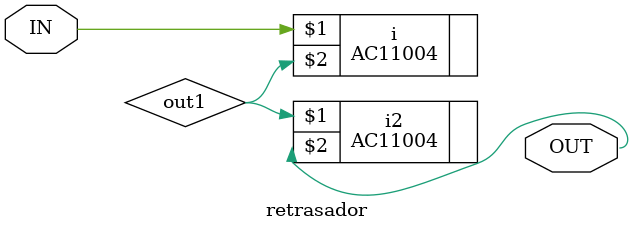
<source format=v>
`timescale 1ns/100ps
module retrasador(IN,OUT);
	input IN;
	output OUT;
	wire out1;
	AC11004 i(IN,out1);
	AC11004 i2(out1,OUT);
endmodule

</source>
